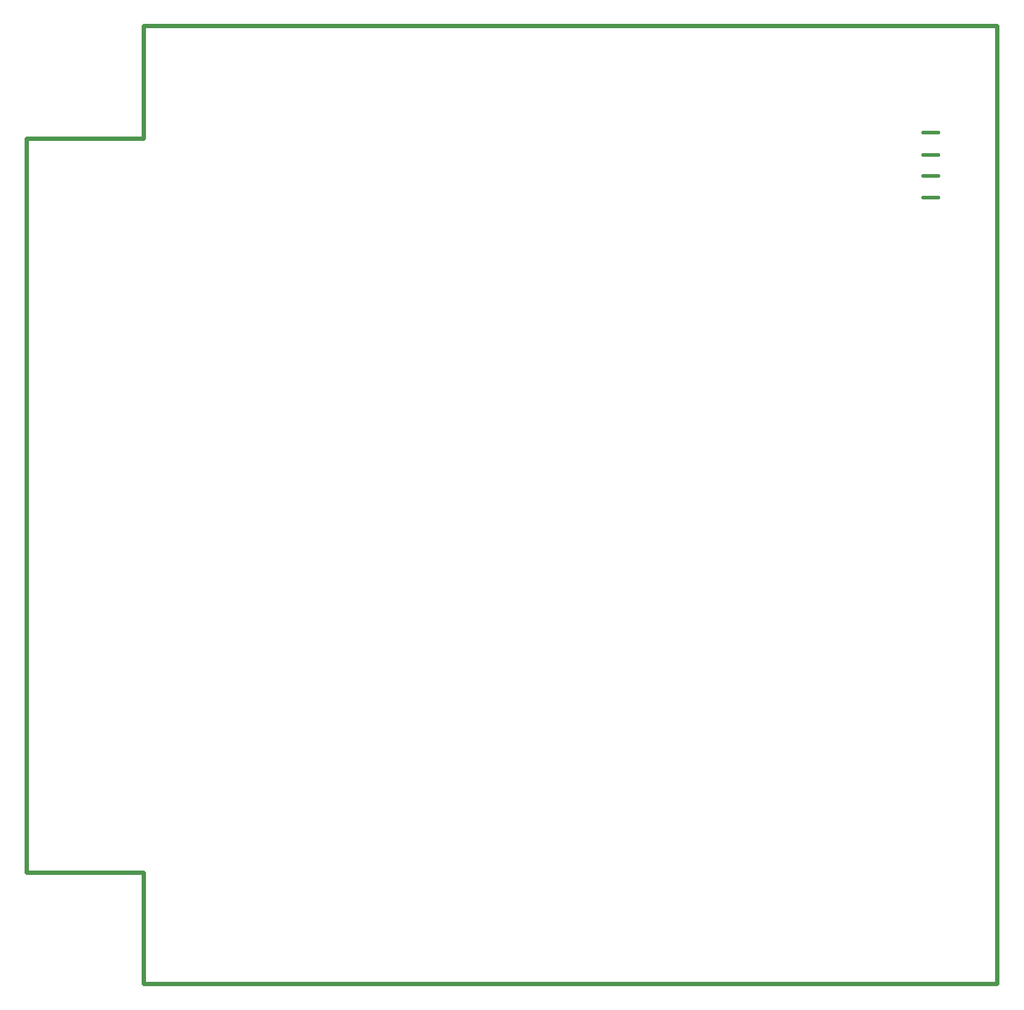
<source format=gbo>
%FSLAX44Y44*%
%MOMM*%
G71*
G01*
G75*
G04 Layer_Color=32896*
%ADD10C,1.0000*%
%ADD11R,1.2000X1.0000*%
%ADD12R,1.0000X1.2000*%
%ADD13R,0.8000X0.8000*%
%ADD14R,0.8000X0.8000*%
%ADD15R,1.3000X1.6000*%
%ADD16O,2.5400X0.6096*%
%ADD17O,2.0000X0.6100*%
%ADD18O,2.0000X0.6096*%
%ADD19O,2.5400X0.6100*%
%ADD20R,2.8000X2.3000*%
%ADD21R,0.7000X1.2000*%
%ADD22R,1.2000X0.8000*%
%ADD23C,1.0000*%
%ADD24C,0.4064*%
%ADD25C,1.2700*%
%ADD26C,0.7620*%
%ADD27C,0.3810*%
%ADD28C,0.5080*%
%ADD29C,1.0160*%
%ADD30C,0.5000*%
%ADD31C,2.0000*%
%ADD32R,2.0000X2.0000*%
%ADD33C,1.5000*%
%ADD34C,1.6000*%
%ADD35C,2.7000*%
%ADD36C,1.8000*%
%ADD37R,2.5000X2.5000*%
%ADD38C,2.5000*%
%ADD39R,2.7000X2.7000*%
%ADD40C,2.8000*%
%ADD41R,1.8000X1.8000*%
%ADD42R,1.5000X1.5000*%
%ADD43C,0.6096*%
%ADD44C,0.9144*%
%ADD45C,0.2000*%
%ADD46C,0.6000*%
%ADD47C,0.2500*%
%ADD48C,0.2540*%
%ADD49C,0.1000*%
%ADD50R,0.3500X4.4000*%
%ADD51C,1.5000*%
%ADD52R,1.4032X1.2032*%
%ADD53R,1.2032X1.4032*%
%ADD54R,1.0032X1.0032*%
%ADD55R,1.0032X1.0032*%
%ADD56R,1.5032X1.8032*%
%ADD57O,2.7432X0.8128*%
%ADD58O,2.2032X0.8132*%
%ADD59O,2.2032X0.8128*%
%ADD60O,2.7432X0.8132*%
%ADD61R,3.0032X2.5032*%
%ADD62R,0.9032X1.4032*%
%ADD63R,1.4032X1.0032*%
%ADD64C,1.2032*%
%ADD65C,2.2032*%
%ADD66R,2.2032X2.2032*%
%ADD67C,1.7032*%
%ADD68C,1.8032*%
%ADD69C,2.9032*%
%ADD70C,2.0032*%
%ADD71R,2.7032X2.7032*%
%ADD72C,2.7032*%
%ADD73R,2.9032X2.9032*%
%ADD74C,3.0032*%
%ADD75R,2.0032X2.0032*%
%ADD76R,1.7032X1.7032*%
%ADD77C,0.4000*%
D30*
X138000Y400D02*
Y130400D01*
X500D02*
X138000D01*
X500D02*
Y990400D01*
X500Y990400D01*
X138000D01*
X138000Y990400D01*
Y1122900D01*
X138000Y1122900D01*
X1138000D01*
X1138000Y1122900D01*
Y400D02*
Y1122900D01*
X1138000Y400D02*
X1138000Y400D01*
X138000Y400D02*
X1138000D01*
D77*
X1050434Y947420D02*
X1068434D01*
X1050434Y998220D02*
X1068434D01*
X1050578Y972566D02*
X1068578D01*
X1050434Y922020D02*
X1068434D01*
M02*

</source>
